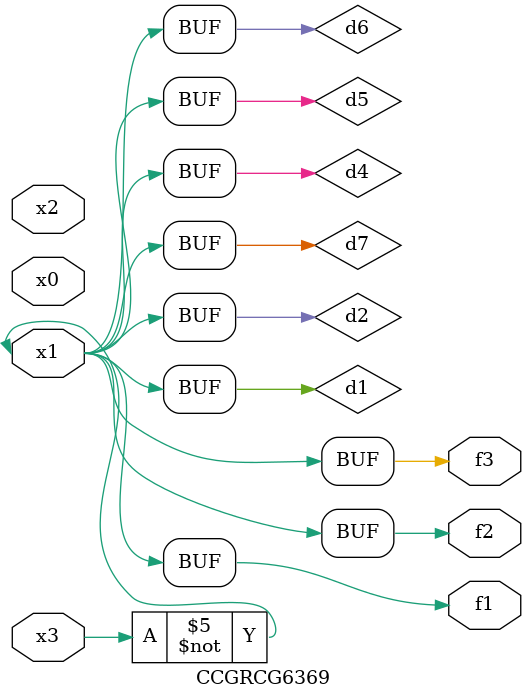
<source format=v>
module CCGRCG6369(
	input x0, x1, x2, x3,
	output f1, f2, f3
);

	wire d1, d2, d3, d4, d5, d6, d7;

	not (d1, x3);
	buf (d2, x1);
	xnor (d3, d1, d2);
	nor (d4, d1);
	buf (d5, d1, d2);
	buf (d6, d4, d5);
	nand (d7, d4);
	assign f1 = d6;
	assign f2 = d7;
	assign f3 = d6;
endmodule

</source>
